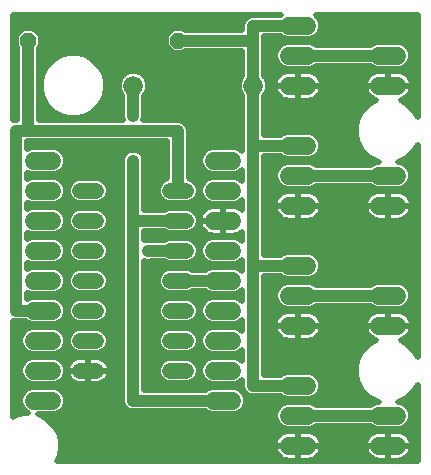
<source format=gbl>
G75*
%MOIN*%
%OFA0B0*%
%FSLAX25Y25*%
%IPPOS*%
%LPD*%
%AMOC8*
5,1,8,0,0,1.08239X$1,22.5*
%
%ADD10C,0.05937*%
%ADD11C,0.06000*%
%ADD12C,0.06600*%
%ADD13OC8,0.05200*%
%ADD14C,0.05200*%
%ADD15C,0.04000*%
%ADD16C,0.02000*%
%ADD17C,0.04159*%
D10*
X0129031Y0012000D02*
X0134969Y0012000D01*
X0134969Y0022000D02*
X0129031Y0022000D01*
X0129031Y0052000D02*
X0134969Y0052000D01*
X0134969Y0062000D02*
X0129031Y0062000D01*
X0129031Y0092000D02*
X0134969Y0092000D01*
X0134969Y0102000D02*
X0129031Y0102000D01*
X0129031Y0132000D02*
X0134969Y0132000D01*
X0134969Y0142000D02*
X0129031Y0142000D01*
D11*
X0105000Y0142000D02*
X0099000Y0142000D01*
X0099000Y0132000D02*
X0105000Y0132000D01*
X0105000Y0152000D02*
X0099000Y0152000D01*
X0099000Y0112000D02*
X0105000Y0112000D01*
X0105000Y0102000D02*
X0099000Y0102000D01*
X0099000Y0092000D02*
X0105000Y0092000D01*
X0105000Y0072000D02*
X0099000Y0072000D01*
X0099000Y0062000D02*
X0105000Y0062000D01*
X0105000Y0052000D02*
X0099000Y0052000D01*
X0080000Y0047000D02*
X0074000Y0047000D01*
X0074000Y0037000D02*
X0080000Y0037000D01*
X0080000Y0027000D02*
X0074000Y0027000D01*
X0099000Y0022000D02*
X0105000Y0022000D01*
X0105000Y0012000D02*
X0099000Y0012000D01*
X0099000Y0032000D02*
X0105000Y0032000D01*
X0080000Y0057000D02*
X0074000Y0057000D01*
X0074000Y0067000D02*
X0080000Y0067000D01*
X0080000Y0077000D02*
X0074000Y0077000D01*
X0074000Y0087000D02*
X0080000Y0087000D01*
X0080000Y0097000D02*
X0074000Y0097000D01*
X0074000Y0107000D02*
X0080000Y0107000D01*
X0020000Y0107000D02*
X0014000Y0107000D01*
X0014000Y0097000D02*
X0020000Y0097000D01*
X0020000Y0087000D02*
X0014000Y0087000D01*
X0014000Y0077000D02*
X0020000Y0077000D01*
X0020000Y0067000D02*
X0014000Y0067000D01*
X0014000Y0057000D02*
X0020000Y0057000D01*
X0020000Y0047000D02*
X0014000Y0047000D01*
X0014000Y0037000D02*
X0020000Y0037000D01*
X0020000Y0027000D02*
X0014000Y0027000D01*
D12*
X0047000Y0132000D03*
X0087000Y0132000D03*
D13*
X0062000Y0147000D03*
X0012000Y0147000D03*
D14*
X0029400Y0097000D02*
X0034600Y0097000D01*
X0034600Y0087000D02*
X0029400Y0087000D01*
X0029400Y0077000D02*
X0034600Y0077000D01*
X0034600Y0067000D02*
X0029400Y0067000D01*
X0029400Y0057000D02*
X0034600Y0057000D01*
X0034600Y0047000D02*
X0029400Y0047000D01*
X0029400Y0037000D02*
X0034600Y0037000D01*
X0059400Y0037000D02*
X0064600Y0037000D01*
X0064600Y0047000D02*
X0059400Y0047000D01*
X0059400Y0057000D02*
X0064600Y0057000D01*
X0064600Y0067000D02*
X0059400Y0067000D01*
X0059400Y0077000D02*
X0064600Y0077000D01*
X0064600Y0087000D02*
X0059400Y0087000D01*
X0059400Y0097000D02*
X0064600Y0097000D01*
D15*
X0062000Y0097000D02*
X0062000Y0117000D01*
X0012000Y0117000D01*
X0008000Y0117000D01*
X0008000Y0057000D01*
X0017000Y0057000D01*
X0047000Y0027000D02*
X0077000Y0027000D01*
X0087000Y0032000D02*
X0087000Y0072000D01*
X0102000Y0072000D01*
X0102000Y0062000D02*
X0132000Y0062000D01*
X0102000Y0032000D02*
X0087000Y0032000D01*
X0102000Y0022000D02*
X0132000Y0022000D01*
X0087000Y0072000D02*
X0087000Y0112000D01*
X0102000Y0112000D01*
X0102000Y0102000D02*
X0132000Y0102000D01*
X0132000Y0142000D02*
X0102000Y0142000D01*
X0102000Y0152000D02*
X0087000Y0152000D01*
X0087000Y0147000D01*
X0087000Y0132000D01*
X0087000Y0122000D01*
X0087000Y0112000D01*
X0062000Y0087000D02*
X0047000Y0087000D01*
X0047000Y0027000D01*
X0062000Y0067000D02*
X0077000Y0067000D01*
X0062000Y0077000D02*
X0052000Y0077000D01*
X0047000Y0087000D02*
X0047000Y0107000D01*
X0047000Y0122000D02*
X0047000Y0132000D01*
X0062000Y0147000D02*
X0087000Y0147000D01*
X0012000Y0147000D02*
X0012000Y0117000D01*
D16*
X0016209Y0022162D02*
X0018696Y0020727D01*
X0020727Y0018696D01*
X0022162Y0016209D01*
X0022905Y0013436D01*
X0022905Y0010564D01*
X0022162Y0007791D01*
X0021706Y0007000D01*
X0141921Y0007000D01*
X0141921Y0032373D01*
X0140727Y0030304D01*
X0138696Y0028273D01*
X0136209Y0026838D01*
X0135205Y0026568D01*
X0135877Y0026568D01*
X0137556Y0025873D01*
X0138841Y0024588D01*
X0139537Y0022909D01*
X0139537Y0021091D01*
X0138841Y0019412D01*
X0137556Y0018127D01*
X0135877Y0017431D01*
X0128123Y0017431D01*
X0126444Y0018127D01*
X0126171Y0018400D01*
X0107905Y0018400D01*
X0107606Y0018100D01*
X0105915Y0017400D01*
X0098085Y0017400D01*
X0096394Y0018100D01*
X0095100Y0019394D01*
X0094400Y0021085D01*
X0094400Y0022915D01*
X0095100Y0024606D01*
X0096394Y0025900D01*
X0098085Y0026600D01*
X0105915Y0026600D01*
X0107606Y0025900D01*
X0107905Y0025600D01*
X0126171Y0025600D01*
X0126444Y0025873D01*
X0128123Y0026568D01*
X0128795Y0026568D01*
X0127791Y0026838D01*
X0125304Y0028273D01*
X0123273Y0030304D01*
X0121838Y0032791D01*
X0121094Y0035564D01*
X0121094Y0038436D01*
X0121838Y0041209D01*
X0123273Y0043696D01*
X0125304Y0045727D01*
X0127791Y0047162D01*
X0127819Y0047170D01*
X0127124Y0047396D01*
X0126427Y0047751D01*
X0125795Y0048210D01*
X0125242Y0048763D01*
X0124782Y0049396D01*
X0124427Y0050093D01*
X0124185Y0050837D01*
X0124063Y0051609D01*
X0124063Y0052000D01*
X0132000Y0052000D01*
X0132000Y0052000D01*
X0132000Y0056968D01*
X0128640Y0056968D01*
X0127868Y0056846D01*
X0127124Y0056604D01*
X0126427Y0056249D01*
X0125795Y0055790D01*
X0125242Y0055237D01*
X0124782Y0054604D01*
X0124427Y0053907D01*
X0124185Y0053163D01*
X0124063Y0052391D01*
X0124063Y0052000D01*
X0132000Y0052000D01*
X0139937Y0052000D01*
X0139937Y0052391D01*
X0139815Y0053163D01*
X0139573Y0053907D01*
X0139218Y0054604D01*
X0138758Y0055237D01*
X0138205Y0055790D01*
X0137573Y0056249D01*
X0136876Y0056604D01*
X0136132Y0056846D01*
X0135360Y0056968D01*
X0132000Y0056968D01*
X0132000Y0052000D01*
X0132000Y0052000D01*
X0132000Y0052000D01*
X0139937Y0052000D01*
X0139937Y0051609D01*
X0139815Y0050837D01*
X0139573Y0050093D01*
X0139218Y0049396D01*
X0138758Y0048763D01*
X0138205Y0048210D01*
X0137573Y0047751D01*
X0136876Y0047396D01*
X0136181Y0047170D01*
X0136209Y0047162D01*
X0138696Y0045727D01*
X0140727Y0043696D01*
X0141921Y0041627D01*
X0141921Y0112373D01*
X0140727Y0110304D01*
X0138696Y0108273D01*
X0136209Y0106838D01*
X0135205Y0106568D01*
X0135877Y0106568D01*
X0137556Y0105873D01*
X0138841Y0104588D01*
X0139537Y0102909D01*
X0139537Y0101091D01*
X0138841Y0099412D01*
X0137556Y0098127D01*
X0135877Y0097431D01*
X0128123Y0097431D01*
X0126444Y0098127D01*
X0126171Y0098400D01*
X0107905Y0098400D01*
X0107606Y0098100D01*
X0105915Y0097400D01*
X0098085Y0097400D01*
X0096394Y0098100D01*
X0095100Y0099394D01*
X0094400Y0101085D01*
X0094400Y0102915D01*
X0095100Y0104606D01*
X0096394Y0105900D01*
X0098085Y0106600D01*
X0105915Y0106600D01*
X0107606Y0105900D01*
X0107905Y0105600D01*
X0126171Y0105600D01*
X0126444Y0105873D01*
X0128123Y0106568D01*
X0128795Y0106568D01*
X0127791Y0106838D01*
X0125304Y0108273D01*
X0123273Y0110304D01*
X0121838Y0112791D01*
X0121094Y0115564D01*
X0121094Y0118436D01*
X0121838Y0121209D01*
X0123273Y0123696D01*
X0125304Y0125727D01*
X0127791Y0127162D01*
X0127819Y0127170D01*
X0127124Y0127396D01*
X0126427Y0127751D01*
X0125795Y0128210D01*
X0125242Y0128763D01*
X0124782Y0129396D01*
X0124427Y0130093D01*
X0124185Y0130837D01*
X0124063Y0131609D01*
X0124063Y0132000D01*
X0132000Y0132000D01*
X0132000Y0132000D01*
X0132000Y0136968D01*
X0128640Y0136968D01*
X0127868Y0136846D01*
X0127124Y0136604D01*
X0126427Y0136249D01*
X0125795Y0135790D01*
X0125242Y0135237D01*
X0124782Y0134604D01*
X0124427Y0133907D01*
X0124185Y0133163D01*
X0124063Y0132391D01*
X0124063Y0132000D01*
X0132000Y0132000D01*
X0139937Y0132000D01*
X0139937Y0132391D01*
X0139815Y0133163D01*
X0139573Y0133907D01*
X0139218Y0134604D01*
X0138758Y0135237D01*
X0138205Y0135790D01*
X0137573Y0136249D01*
X0136876Y0136604D01*
X0136132Y0136846D01*
X0135360Y0136968D01*
X0132000Y0136968D01*
X0132000Y0132000D01*
X0132000Y0132000D01*
X0132000Y0132000D01*
X0139937Y0132000D01*
X0139937Y0131609D01*
X0139815Y0130837D01*
X0139573Y0130093D01*
X0139218Y0129396D01*
X0138758Y0128763D01*
X0138205Y0128210D01*
X0137573Y0127751D01*
X0136876Y0127396D01*
X0136181Y0127170D01*
X0136209Y0127162D01*
X0138696Y0125727D01*
X0140727Y0123696D01*
X0141921Y0121627D01*
X0141921Y0155701D01*
X0107805Y0155701D01*
X0108900Y0154606D01*
X0109600Y0152915D01*
X0109600Y0151085D01*
X0108900Y0149394D01*
X0107606Y0148100D01*
X0105915Y0147400D01*
X0098085Y0147400D01*
X0096394Y0148100D01*
X0096095Y0148400D01*
X0090600Y0148400D01*
X0090600Y0135330D01*
X0091154Y0134776D01*
X0091900Y0132975D01*
X0091900Y0131025D01*
X0091154Y0129224D01*
X0090600Y0128670D01*
X0090600Y0122924D01*
X0090680Y0122732D01*
X0090680Y0121268D01*
X0090600Y0121076D01*
X0090600Y0115600D01*
X0096095Y0115600D01*
X0096394Y0115900D01*
X0098085Y0116600D01*
X0105915Y0116600D01*
X0107606Y0115900D01*
X0108900Y0114606D01*
X0109600Y0112915D01*
X0109600Y0111085D01*
X0108900Y0109394D01*
X0107606Y0108100D01*
X0105915Y0107400D01*
X0098085Y0107400D01*
X0096394Y0108100D01*
X0096095Y0108400D01*
X0090600Y0108400D01*
X0090600Y0075600D01*
X0096095Y0075600D01*
X0096394Y0075900D01*
X0098085Y0076600D01*
X0105915Y0076600D01*
X0107606Y0075900D01*
X0108900Y0074606D01*
X0109600Y0072915D01*
X0109600Y0071085D01*
X0108900Y0069394D01*
X0107606Y0068100D01*
X0105915Y0067400D01*
X0098085Y0067400D01*
X0096394Y0068100D01*
X0096095Y0068400D01*
X0090600Y0068400D01*
X0090600Y0035600D01*
X0096095Y0035600D01*
X0096394Y0035900D01*
X0098085Y0036600D01*
X0105915Y0036600D01*
X0107606Y0035900D01*
X0108900Y0034606D01*
X0109600Y0032915D01*
X0109600Y0031085D01*
X0108900Y0029394D01*
X0107606Y0028100D01*
X0105915Y0027400D01*
X0098085Y0027400D01*
X0096394Y0028100D01*
X0096095Y0028400D01*
X0086284Y0028400D01*
X0084961Y0028948D01*
X0083948Y0029961D01*
X0083400Y0031284D01*
X0083400Y0033895D01*
X0082606Y0033100D01*
X0080915Y0032400D01*
X0073085Y0032400D01*
X0071394Y0033100D01*
X0070100Y0034394D01*
X0069400Y0036085D01*
X0069400Y0037915D01*
X0070100Y0039606D01*
X0071394Y0040900D01*
X0073085Y0041600D01*
X0080915Y0041600D01*
X0082606Y0040900D01*
X0083400Y0040105D01*
X0083400Y0043895D01*
X0082606Y0043100D01*
X0080915Y0042400D01*
X0073085Y0042400D01*
X0071394Y0043100D01*
X0070100Y0044394D01*
X0069400Y0046085D01*
X0069400Y0047915D01*
X0070100Y0049606D01*
X0071394Y0050900D01*
X0073085Y0051600D01*
X0080915Y0051600D01*
X0082606Y0050900D01*
X0083400Y0050105D01*
X0083400Y0053895D01*
X0082606Y0053100D01*
X0080915Y0052400D01*
X0073085Y0052400D01*
X0071394Y0053100D01*
X0070100Y0054394D01*
X0069400Y0056085D01*
X0069400Y0057915D01*
X0070100Y0059606D01*
X0071394Y0060900D01*
X0073085Y0061600D01*
X0080915Y0061600D01*
X0082606Y0060900D01*
X0083400Y0060105D01*
X0083400Y0063895D01*
X0082606Y0063100D01*
X0080915Y0062400D01*
X0073085Y0062400D01*
X0071394Y0063100D01*
X0071095Y0063400D01*
X0066884Y0063400D01*
X0065435Y0062800D01*
X0058565Y0062800D01*
X0057021Y0063439D01*
X0055839Y0064621D01*
X0055200Y0066165D01*
X0055200Y0067835D01*
X0055839Y0069379D01*
X0057021Y0070561D01*
X0058565Y0071200D01*
X0065435Y0071200D01*
X0066884Y0070600D01*
X0071095Y0070600D01*
X0071394Y0070900D01*
X0073085Y0071600D01*
X0080915Y0071600D01*
X0082606Y0070900D01*
X0083400Y0070105D01*
X0083400Y0073895D01*
X0082606Y0073100D01*
X0080915Y0072400D01*
X0073085Y0072400D01*
X0071394Y0073100D01*
X0070100Y0074394D01*
X0069400Y0076085D01*
X0069400Y0077915D01*
X0070100Y0079606D01*
X0071394Y0080900D01*
X0073085Y0081600D01*
X0080915Y0081600D01*
X0082606Y0080900D01*
X0083400Y0080105D01*
X0083400Y0083329D01*
X0083257Y0083186D01*
X0082621Y0082724D01*
X0081919Y0082366D01*
X0081171Y0082123D01*
X0080394Y0082000D01*
X0077000Y0082000D01*
X0077000Y0087000D01*
X0077000Y0087000D01*
X0077000Y0092000D01*
X0080394Y0092000D01*
X0081171Y0091877D01*
X0081919Y0091634D01*
X0082621Y0091276D01*
X0083257Y0090814D01*
X0083400Y0090671D01*
X0083400Y0093895D01*
X0082606Y0093100D01*
X0080915Y0092400D01*
X0073085Y0092400D01*
X0071394Y0093100D01*
X0070100Y0094394D01*
X0069400Y0096085D01*
X0069400Y0097915D01*
X0070100Y0099606D01*
X0071394Y0100900D01*
X0073085Y0101600D01*
X0080915Y0101600D01*
X0082606Y0100900D01*
X0083400Y0100105D01*
X0083400Y0103895D01*
X0082606Y0103100D01*
X0080915Y0102400D01*
X0073085Y0102400D01*
X0071394Y0103100D01*
X0070100Y0104394D01*
X0069400Y0106085D01*
X0069400Y0107915D01*
X0070100Y0109606D01*
X0071394Y0110900D01*
X0073085Y0111600D01*
X0080915Y0111600D01*
X0082606Y0110900D01*
X0083400Y0110105D01*
X0083400Y0121076D01*
X0083320Y0121268D01*
X0083320Y0122732D01*
X0083400Y0122924D01*
X0083400Y0128670D01*
X0082846Y0129224D01*
X0082100Y0131025D01*
X0082100Y0132975D01*
X0082846Y0134776D01*
X0083400Y0135330D01*
X0083400Y0143400D01*
X0064340Y0143400D01*
X0063740Y0142800D01*
X0060260Y0142800D01*
X0057800Y0145260D01*
X0057800Y0148740D01*
X0060260Y0151200D01*
X0063740Y0151200D01*
X0064340Y0150600D01*
X0083400Y0150600D01*
X0083400Y0152716D01*
X0083948Y0154039D01*
X0084961Y0155052D01*
X0086284Y0155600D01*
X0096095Y0155600D01*
X0096195Y0155701D01*
X0007000Y0155701D01*
X0007000Y0120482D01*
X0007284Y0120600D01*
X0008400Y0120600D01*
X0008400Y0144660D01*
X0007800Y0145260D01*
X0007800Y0148740D01*
X0010260Y0151200D01*
X0013740Y0151200D01*
X0016200Y0148740D01*
X0016200Y0145260D01*
X0015600Y0144660D01*
X0015600Y0120600D01*
X0043597Y0120600D01*
X0043320Y0121268D01*
X0043320Y0122732D01*
X0043400Y0122924D01*
X0043400Y0128670D01*
X0042846Y0129224D01*
X0042100Y0131025D01*
X0042100Y0132975D01*
X0042846Y0134776D01*
X0044224Y0136154D01*
X0046025Y0136900D01*
X0047975Y0136900D01*
X0049776Y0136154D01*
X0051154Y0134776D01*
X0051900Y0132975D01*
X0051900Y0131025D01*
X0051154Y0129224D01*
X0050600Y0128670D01*
X0050600Y0122924D01*
X0050680Y0122732D01*
X0050680Y0121268D01*
X0050403Y0120600D01*
X0062716Y0120600D01*
X0064039Y0120052D01*
X0065052Y0119039D01*
X0065600Y0117716D01*
X0065600Y0101132D01*
X0066979Y0100561D01*
X0068161Y0099379D01*
X0068800Y0097835D01*
X0068800Y0096165D01*
X0068161Y0094621D01*
X0066979Y0093439D01*
X0065435Y0092800D01*
X0058565Y0092800D01*
X0057021Y0093439D01*
X0055839Y0094621D01*
X0055200Y0096165D01*
X0055200Y0097835D01*
X0055839Y0099379D01*
X0057021Y0100561D01*
X0058400Y0101132D01*
X0058400Y0113400D01*
X0011600Y0113400D01*
X0011600Y0110985D01*
X0013085Y0111600D01*
X0020915Y0111600D01*
X0022606Y0110900D01*
X0023900Y0109606D01*
X0024600Y0107915D01*
X0024600Y0106085D01*
X0023900Y0104394D01*
X0022606Y0103100D01*
X0020915Y0102400D01*
X0013085Y0102400D01*
X0011600Y0103015D01*
X0011600Y0100985D01*
X0013085Y0101600D01*
X0020915Y0101600D01*
X0022606Y0100900D01*
X0023900Y0099606D01*
X0024600Y0097915D01*
X0024600Y0096085D01*
X0023900Y0094394D01*
X0022606Y0093100D01*
X0020915Y0092400D01*
X0013085Y0092400D01*
X0011600Y0093015D01*
X0011600Y0090985D01*
X0013085Y0091600D01*
X0020915Y0091600D01*
X0022606Y0090900D01*
X0023900Y0089606D01*
X0024600Y0087915D01*
X0024600Y0086085D01*
X0023900Y0084394D01*
X0022606Y0083100D01*
X0020915Y0082400D01*
X0013085Y0082400D01*
X0011600Y0083015D01*
X0011600Y0080985D01*
X0013085Y0081600D01*
X0020915Y0081600D01*
X0022606Y0080900D01*
X0023900Y0079606D01*
X0024600Y0077915D01*
X0024600Y0076085D01*
X0023900Y0074394D01*
X0022606Y0073100D01*
X0020915Y0072400D01*
X0013085Y0072400D01*
X0011600Y0073015D01*
X0011600Y0070985D01*
X0013085Y0071600D01*
X0020915Y0071600D01*
X0022606Y0070900D01*
X0023900Y0069606D01*
X0024600Y0067915D01*
X0024600Y0066085D01*
X0023900Y0064394D01*
X0022606Y0063100D01*
X0020915Y0062400D01*
X0013085Y0062400D01*
X0011600Y0063015D01*
X0011600Y0060985D01*
X0013085Y0061600D01*
X0020915Y0061600D01*
X0022606Y0060900D01*
X0023900Y0059606D01*
X0024600Y0057915D01*
X0024600Y0056085D01*
X0023900Y0054394D01*
X0022606Y0053100D01*
X0020915Y0052400D01*
X0013085Y0052400D01*
X0011394Y0053100D01*
X0011095Y0053400D01*
X0007284Y0053400D01*
X0007000Y0053518D01*
X0007000Y0021706D01*
X0007791Y0022162D01*
X0010564Y0022905D01*
X0011865Y0022905D01*
X0011394Y0023100D01*
X0010100Y0024394D01*
X0009400Y0026085D01*
X0009400Y0027915D01*
X0010100Y0029606D01*
X0011394Y0030900D01*
X0013085Y0031600D01*
X0020915Y0031600D01*
X0022606Y0030900D01*
X0023900Y0029606D01*
X0024600Y0027915D01*
X0024600Y0026085D01*
X0023900Y0024394D01*
X0022606Y0023100D01*
X0020915Y0022400D01*
X0015322Y0022400D01*
X0016209Y0022162D01*
X0016619Y0021926D02*
X0094400Y0021926D01*
X0094818Y0023924D02*
X0083429Y0023924D01*
X0083900Y0024394D02*
X0082606Y0023100D01*
X0080915Y0022400D01*
X0073085Y0022400D01*
X0071394Y0023100D01*
X0071095Y0023400D01*
X0046284Y0023400D01*
X0044961Y0023948D01*
X0043948Y0024961D01*
X0043400Y0026284D01*
X0043400Y0106076D01*
X0043320Y0106268D01*
X0043320Y0107732D01*
X0043881Y0109084D01*
X0044916Y0110119D01*
X0046268Y0110680D01*
X0047732Y0110680D01*
X0049084Y0110119D01*
X0050119Y0109084D01*
X0050680Y0107732D01*
X0050680Y0106268D01*
X0050600Y0106076D01*
X0050600Y0090600D01*
X0057116Y0090600D01*
X0058565Y0091200D01*
X0065435Y0091200D01*
X0066979Y0090561D01*
X0068161Y0089379D01*
X0068800Y0087835D01*
X0068800Y0086165D01*
X0068161Y0084621D01*
X0066979Y0083439D01*
X0065435Y0082800D01*
X0058565Y0082800D01*
X0057116Y0083400D01*
X0050600Y0083400D01*
X0050600Y0080403D01*
X0051268Y0080680D01*
X0052732Y0080680D01*
X0052924Y0080600D01*
X0057116Y0080600D01*
X0058565Y0081200D01*
X0065435Y0081200D01*
X0066979Y0080561D01*
X0068161Y0079379D01*
X0068800Y0077835D01*
X0068800Y0076165D01*
X0068161Y0074621D01*
X0066979Y0073439D01*
X0065435Y0072800D01*
X0058565Y0072800D01*
X0057116Y0073400D01*
X0052924Y0073400D01*
X0052732Y0073320D01*
X0051268Y0073320D01*
X0050600Y0073597D01*
X0050600Y0030600D01*
X0071095Y0030600D01*
X0071394Y0030900D01*
X0073085Y0031600D01*
X0080915Y0031600D01*
X0082606Y0030900D01*
X0083900Y0029606D01*
X0084600Y0027915D01*
X0084600Y0026085D01*
X0083900Y0024394D01*
X0084533Y0025923D02*
X0096450Y0025923D01*
X0096827Y0027921D02*
X0084597Y0027921D01*
X0083989Y0029920D02*
X0083586Y0029920D01*
X0083400Y0031918D02*
X0050600Y0031918D01*
X0050600Y0033917D02*
X0056544Y0033917D01*
X0057021Y0033439D02*
X0058565Y0032800D01*
X0065435Y0032800D01*
X0066979Y0033439D01*
X0068161Y0034621D01*
X0068800Y0036165D01*
X0068800Y0037835D01*
X0068161Y0039379D01*
X0066979Y0040561D01*
X0065435Y0041200D01*
X0058565Y0041200D01*
X0057021Y0040561D01*
X0055839Y0039379D01*
X0055200Y0037835D01*
X0055200Y0036165D01*
X0055839Y0034621D01*
X0057021Y0033439D01*
X0055303Y0035915D02*
X0050600Y0035915D01*
X0050600Y0037914D02*
X0055232Y0037914D01*
X0056372Y0039912D02*
X0050600Y0039912D01*
X0050600Y0041911D02*
X0083400Y0041911D01*
X0090600Y0041911D02*
X0122243Y0041911D01*
X0121490Y0039912D02*
X0090600Y0039912D01*
X0090600Y0037914D02*
X0121094Y0037914D01*
X0121094Y0035915D02*
X0107568Y0035915D01*
X0109185Y0033917D02*
X0121536Y0033917D01*
X0122341Y0031918D02*
X0109600Y0031918D01*
X0109117Y0029920D02*
X0123658Y0029920D01*
X0125914Y0027921D02*
X0107173Y0027921D01*
X0107550Y0025923D02*
X0126563Y0025923D01*
X0126923Y0017929D02*
X0107191Y0017929D01*
X0106919Y0016634D02*
X0107621Y0016276D01*
X0108257Y0015814D01*
X0108814Y0015257D01*
X0109276Y0014621D01*
X0109634Y0013919D01*
X0109877Y0013171D01*
X0110000Y0012394D01*
X0110000Y0012000D01*
X0102000Y0012000D01*
X0102000Y0012000D01*
X0102000Y0017000D01*
X0105394Y0017000D01*
X0106171Y0016877D01*
X0106919Y0016634D01*
X0108097Y0015930D02*
X0125988Y0015930D01*
X0125795Y0015790D02*
X0125242Y0015237D01*
X0124782Y0014604D01*
X0124427Y0013907D01*
X0124185Y0013163D01*
X0124063Y0012391D01*
X0124063Y0012000D01*
X0132000Y0012000D01*
X0132000Y0012000D01*
X0132000Y0016968D01*
X0128640Y0016968D01*
X0127868Y0016846D01*
X0127124Y0016604D01*
X0126427Y0016249D01*
X0125795Y0015790D01*
X0124439Y0013932D02*
X0109627Y0013932D01*
X0110000Y0012000D02*
X0102000Y0012000D01*
X0102000Y0012000D01*
X0102000Y0007000D01*
X0105394Y0007000D01*
X0106171Y0007123D01*
X0106919Y0007366D01*
X0107621Y0007724D01*
X0108257Y0008186D01*
X0108814Y0008743D01*
X0109276Y0009379D01*
X0109634Y0010081D01*
X0109877Y0010829D01*
X0110000Y0011606D01*
X0110000Y0012000D01*
X0110000Y0011933D02*
X0124063Y0011933D01*
X0124063Y0012000D02*
X0124063Y0011609D01*
X0124185Y0010837D01*
X0124427Y0010093D01*
X0124782Y0009396D01*
X0125242Y0008763D01*
X0125795Y0008210D01*
X0126427Y0007751D01*
X0127124Y0007396D01*
X0127868Y0007154D01*
X0128640Y0007031D01*
X0132000Y0007031D01*
X0135360Y0007031D01*
X0136132Y0007154D01*
X0136876Y0007396D01*
X0137573Y0007751D01*
X0138205Y0008210D01*
X0138758Y0008763D01*
X0139218Y0009396D01*
X0139573Y0010093D01*
X0139815Y0010837D01*
X0139937Y0011609D01*
X0139937Y0012000D01*
X0139937Y0012391D01*
X0139815Y0013163D01*
X0139573Y0013907D01*
X0139218Y0014604D01*
X0138758Y0015237D01*
X0138205Y0015790D01*
X0137573Y0016249D01*
X0136876Y0016604D01*
X0136132Y0016846D01*
X0135360Y0016968D01*
X0132000Y0016968D01*
X0132000Y0012000D01*
X0139937Y0012000D01*
X0132000Y0012000D01*
X0132000Y0012000D01*
X0132000Y0007031D01*
X0132000Y0012000D01*
X0132000Y0012000D01*
X0132000Y0012000D01*
X0124063Y0012000D01*
X0124508Y0009934D02*
X0109559Y0009934D01*
X0107913Y0007936D02*
X0126172Y0007936D01*
X0132000Y0007936D02*
X0132000Y0007936D01*
X0132000Y0009934D02*
X0132000Y0009934D01*
X0132000Y0011933D02*
X0132000Y0011933D01*
X0132000Y0013932D02*
X0132000Y0013932D01*
X0132000Y0015930D02*
X0132000Y0015930D01*
X0137077Y0017929D02*
X0141921Y0017929D01*
X0141921Y0015930D02*
X0138012Y0015930D01*
X0139561Y0013932D02*
X0141921Y0013932D01*
X0141921Y0011933D02*
X0139937Y0011933D01*
X0139492Y0009934D02*
X0141921Y0009934D01*
X0141921Y0007936D02*
X0137828Y0007936D01*
X0139055Y0019927D02*
X0141921Y0019927D01*
X0141921Y0021926D02*
X0139537Y0021926D01*
X0139116Y0023924D02*
X0141921Y0023924D01*
X0141921Y0025923D02*
X0137437Y0025923D01*
X0138086Y0027921D02*
X0141921Y0027921D01*
X0141921Y0029920D02*
X0140342Y0029920D01*
X0141659Y0031918D02*
X0141921Y0031918D01*
X0141921Y0041911D02*
X0141757Y0041911D01*
X0141921Y0043909D02*
X0140514Y0043909D01*
X0141921Y0045908D02*
X0138382Y0045908D01*
X0137787Y0047906D02*
X0141921Y0047906D01*
X0141921Y0049905D02*
X0139477Y0049905D01*
X0139937Y0051903D02*
X0141921Y0051903D01*
X0141921Y0053902D02*
X0139575Y0053902D01*
X0138053Y0055900D02*
X0141921Y0055900D01*
X0141921Y0057899D02*
X0137005Y0057899D01*
X0137556Y0058127D02*
X0138841Y0059412D01*
X0139537Y0061091D01*
X0139537Y0062909D01*
X0138841Y0064588D01*
X0137556Y0065873D01*
X0135877Y0066568D01*
X0128123Y0066568D01*
X0126444Y0065873D01*
X0126171Y0065600D01*
X0107905Y0065600D01*
X0107606Y0065900D01*
X0105915Y0066600D01*
X0098085Y0066600D01*
X0096394Y0065900D01*
X0095100Y0064606D01*
X0094400Y0062915D01*
X0094400Y0061085D01*
X0095100Y0059394D01*
X0096394Y0058100D01*
X0098085Y0057400D01*
X0105915Y0057400D01*
X0107606Y0058100D01*
X0107905Y0058400D01*
X0126171Y0058400D01*
X0126444Y0058127D01*
X0128123Y0057431D01*
X0135877Y0057431D01*
X0137556Y0058127D01*
X0139042Y0059897D02*
X0141921Y0059897D01*
X0141921Y0061896D02*
X0139537Y0061896D01*
X0139129Y0063894D02*
X0141921Y0063894D01*
X0141921Y0065893D02*
X0137508Y0065893D01*
X0141921Y0067891D02*
X0107101Y0067891D01*
X0109105Y0069890D02*
X0141921Y0069890D01*
X0141921Y0071888D02*
X0109600Y0071888D01*
X0109197Y0073887D02*
X0141921Y0073887D01*
X0141921Y0075885D02*
X0107620Y0075885D01*
X0107613Y0065893D02*
X0126492Y0065893D01*
X0126995Y0057899D02*
X0107119Y0057899D01*
X0106919Y0056634D02*
X0106171Y0056877D01*
X0105394Y0057000D01*
X0102000Y0057000D01*
X0102000Y0052000D01*
X0102000Y0052000D01*
X0110000Y0052000D01*
X0110000Y0052394D01*
X0109877Y0053171D01*
X0109634Y0053919D01*
X0109276Y0054621D01*
X0108814Y0055257D01*
X0108257Y0055814D01*
X0107621Y0056276D01*
X0106919Y0056634D01*
X0108138Y0055900D02*
X0125947Y0055900D01*
X0124425Y0053902D02*
X0109639Y0053902D01*
X0110000Y0052000D02*
X0102000Y0052000D01*
X0102000Y0052000D01*
X0102000Y0047000D01*
X0105394Y0047000D01*
X0106171Y0047123D01*
X0106919Y0047366D01*
X0107621Y0047724D01*
X0108257Y0048186D01*
X0108814Y0048743D01*
X0109276Y0049379D01*
X0109634Y0050081D01*
X0109877Y0050829D01*
X0110000Y0051606D01*
X0110000Y0052000D01*
X0110000Y0051903D02*
X0124063Y0051903D01*
X0124523Y0049905D02*
X0109544Y0049905D01*
X0107872Y0047906D02*
X0126213Y0047906D01*
X0125618Y0045908D02*
X0090600Y0045908D01*
X0090600Y0043909D02*
X0123486Y0043909D01*
X0132000Y0053902D02*
X0132000Y0053902D01*
X0132000Y0055900D02*
X0132000Y0055900D01*
X0141921Y0077884D02*
X0090600Y0077884D01*
X0090600Y0079882D02*
X0141921Y0079882D01*
X0141921Y0081881D02*
X0090600Y0081881D01*
X0090600Y0083879D02*
X0141921Y0083879D01*
X0141921Y0085878D02*
X0090600Y0085878D01*
X0090600Y0087876D02*
X0096169Y0087876D01*
X0096379Y0087724D02*
X0097081Y0087366D01*
X0097829Y0087123D01*
X0098606Y0087000D01*
X0102000Y0087000D01*
X0105394Y0087000D01*
X0106171Y0087123D01*
X0106919Y0087366D01*
X0107621Y0087724D01*
X0108257Y0088186D01*
X0108814Y0088743D01*
X0109276Y0089379D01*
X0109634Y0090081D01*
X0109877Y0090829D01*
X0110000Y0091606D01*
X0110000Y0092000D01*
X0110000Y0092394D01*
X0109877Y0093171D01*
X0109634Y0093919D01*
X0109276Y0094621D01*
X0108814Y0095257D01*
X0108257Y0095814D01*
X0107621Y0096276D01*
X0106919Y0096634D01*
X0106171Y0096877D01*
X0105394Y0097000D01*
X0102000Y0097000D01*
X0102000Y0092000D01*
X0102000Y0092000D01*
X0110000Y0092000D01*
X0102000Y0092000D01*
X0102000Y0092000D01*
X0102000Y0087000D01*
X0102000Y0092000D01*
X0102000Y0092000D01*
X0102000Y0092000D01*
X0094000Y0092000D01*
X0094000Y0092394D01*
X0094123Y0093171D01*
X0094366Y0093919D01*
X0094724Y0094621D01*
X0095186Y0095257D01*
X0095743Y0095814D01*
X0096379Y0096276D01*
X0097081Y0096634D01*
X0097829Y0096877D01*
X0098606Y0097000D01*
X0102000Y0097000D01*
X0102000Y0092000D01*
X0094000Y0092000D01*
X0094000Y0091606D01*
X0094123Y0090829D01*
X0094366Y0090081D01*
X0094724Y0089379D01*
X0095186Y0088743D01*
X0095743Y0088186D01*
X0096379Y0087724D01*
X0094471Y0089875D02*
X0090600Y0089875D01*
X0090600Y0091873D02*
X0094000Y0091873D01*
X0094351Y0093872D02*
X0090600Y0093872D01*
X0090600Y0095870D02*
X0095821Y0095870D01*
X0096953Y0097869D02*
X0090600Y0097869D01*
X0090600Y0099868D02*
X0094904Y0099868D01*
X0094400Y0101866D02*
X0090600Y0101866D01*
X0090600Y0103865D02*
X0094793Y0103865D01*
X0096358Y0105863D02*
X0090600Y0105863D01*
X0090600Y0107862D02*
X0096971Y0107862D01*
X0096350Y0115856D02*
X0090600Y0115856D01*
X0090600Y0117854D02*
X0121094Y0117854D01*
X0121094Y0115856D02*
X0107650Y0115856D01*
X0109210Y0113857D02*
X0121552Y0113857D01*
X0122376Y0111859D02*
X0109600Y0111859D01*
X0109093Y0109860D02*
X0123717Y0109860D01*
X0126017Y0107862D02*
X0107029Y0107862D01*
X0107642Y0105863D02*
X0126434Y0105863D01*
X0127067Y0097869D02*
X0107047Y0097869D01*
X0108179Y0095870D02*
X0125906Y0095870D01*
X0125795Y0095790D02*
X0125242Y0095237D01*
X0124782Y0094604D01*
X0124427Y0093907D01*
X0124185Y0093163D01*
X0124063Y0092391D01*
X0124063Y0092000D01*
X0132000Y0092000D01*
X0132000Y0092000D01*
X0132000Y0096968D01*
X0128640Y0096968D01*
X0127868Y0096846D01*
X0127124Y0096604D01*
X0126427Y0096249D01*
X0125795Y0095790D01*
X0124416Y0093872D02*
X0109649Y0093872D01*
X0110000Y0091873D02*
X0124063Y0091873D01*
X0124063Y0092000D02*
X0124063Y0091609D01*
X0124185Y0090837D01*
X0124427Y0090093D01*
X0124782Y0089396D01*
X0125242Y0088763D01*
X0125795Y0088210D01*
X0126427Y0087751D01*
X0127124Y0087396D01*
X0127868Y0087154D01*
X0128640Y0087031D01*
X0132000Y0087031D01*
X0135360Y0087031D01*
X0136132Y0087154D01*
X0136876Y0087396D01*
X0137573Y0087751D01*
X0138205Y0088210D01*
X0138758Y0088763D01*
X0139218Y0089396D01*
X0139573Y0090093D01*
X0139815Y0090837D01*
X0139937Y0091609D01*
X0139937Y0092000D01*
X0139937Y0092391D01*
X0139815Y0093163D01*
X0139573Y0093907D01*
X0139218Y0094604D01*
X0138758Y0095237D01*
X0138205Y0095790D01*
X0137573Y0096249D01*
X0136876Y0096604D01*
X0136132Y0096846D01*
X0135360Y0096968D01*
X0132000Y0096968D01*
X0132000Y0092000D01*
X0139937Y0092000D01*
X0132000Y0092000D01*
X0132000Y0092000D01*
X0132000Y0087031D01*
X0132000Y0092000D01*
X0132000Y0092000D01*
X0132000Y0092000D01*
X0124063Y0092000D01*
X0124538Y0089875D02*
X0109529Y0089875D01*
X0107831Y0087876D02*
X0126254Y0087876D01*
X0132000Y0087876D02*
X0132000Y0087876D01*
X0132000Y0089875D02*
X0132000Y0089875D01*
X0132000Y0091873D02*
X0132000Y0091873D01*
X0132000Y0093872D02*
X0132000Y0093872D01*
X0132000Y0095870D02*
X0132000Y0095870D01*
X0136933Y0097869D02*
X0141921Y0097869D01*
X0141921Y0095870D02*
X0138094Y0095870D01*
X0139584Y0093872D02*
X0141921Y0093872D01*
X0141921Y0091873D02*
X0139937Y0091873D01*
X0139462Y0089875D02*
X0141921Y0089875D01*
X0141921Y0087876D02*
X0137746Y0087876D01*
X0139030Y0099868D02*
X0141921Y0099868D01*
X0141921Y0101866D02*
X0139537Y0101866D01*
X0139141Y0103865D02*
X0141921Y0103865D01*
X0141921Y0105863D02*
X0137566Y0105863D01*
X0137983Y0107862D02*
X0141921Y0107862D01*
X0141921Y0109860D02*
X0140283Y0109860D01*
X0141624Y0111859D02*
X0141921Y0111859D01*
X0141792Y0121851D02*
X0141921Y0121851D01*
X0141921Y0123850D02*
X0140573Y0123850D01*
X0141921Y0125848D02*
X0138486Y0125848D01*
X0137705Y0127847D02*
X0141921Y0127847D01*
X0141921Y0129845D02*
X0139447Y0129845D01*
X0139937Y0131844D02*
X0141921Y0131844D01*
X0141921Y0133842D02*
X0139594Y0133842D01*
X0138135Y0135841D02*
X0141921Y0135841D01*
X0141921Y0137839D02*
X0136862Y0137839D01*
X0137556Y0138127D02*
X0138841Y0139412D01*
X0139537Y0141091D01*
X0139537Y0142909D01*
X0138841Y0144588D01*
X0137556Y0145873D01*
X0135877Y0146568D01*
X0128123Y0146568D01*
X0126444Y0145873D01*
X0126171Y0145600D01*
X0107905Y0145600D01*
X0107606Y0145900D01*
X0105915Y0146600D01*
X0098085Y0146600D01*
X0096394Y0145900D01*
X0095100Y0144606D01*
X0094400Y0142915D01*
X0094400Y0141085D01*
X0095100Y0139394D01*
X0096394Y0138100D01*
X0098085Y0137400D01*
X0105915Y0137400D01*
X0107606Y0138100D01*
X0107905Y0138400D01*
X0126171Y0138400D01*
X0126444Y0138127D01*
X0128123Y0137431D01*
X0135877Y0137431D01*
X0137556Y0138127D01*
X0139018Y0139838D02*
X0141921Y0139838D01*
X0141921Y0141836D02*
X0139537Y0141836D01*
X0139153Y0143835D02*
X0141921Y0143835D01*
X0141921Y0145833D02*
X0137596Y0145833D01*
X0141921Y0147832D02*
X0106957Y0147832D01*
X0107672Y0145833D02*
X0126404Y0145833D01*
X0127138Y0137839D02*
X0106975Y0137839D01*
X0106919Y0136634D02*
X0106171Y0136877D01*
X0105394Y0137000D01*
X0102000Y0137000D01*
X0102000Y0132000D01*
X0102000Y0132000D01*
X0110000Y0132000D01*
X0110000Y0132394D01*
X0109877Y0133171D01*
X0109634Y0133919D01*
X0109276Y0134621D01*
X0108814Y0135257D01*
X0108257Y0135814D01*
X0107621Y0136276D01*
X0106919Y0136634D01*
X0108220Y0135841D02*
X0125865Y0135841D01*
X0124406Y0133842D02*
X0109659Y0133842D01*
X0110000Y0132000D02*
X0102000Y0132000D01*
X0102000Y0132000D01*
X0102000Y0132000D01*
X0094000Y0132000D01*
X0094000Y0132394D01*
X0094123Y0133171D01*
X0094366Y0133919D01*
X0094724Y0134621D01*
X0095186Y0135257D01*
X0095743Y0135814D01*
X0096379Y0136276D01*
X0097081Y0136634D01*
X0097829Y0136877D01*
X0098606Y0137000D01*
X0102000Y0137000D01*
X0102000Y0132000D01*
X0102000Y0127000D01*
X0105394Y0127000D01*
X0106171Y0127123D01*
X0106919Y0127366D01*
X0107621Y0127724D01*
X0108257Y0128186D01*
X0108814Y0128743D01*
X0109276Y0129379D01*
X0109634Y0130081D01*
X0109877Y0130829D01*
X0110000Y0131606D01*
X0110000Y0132000D01*
X0110000Y0131844D02*
X0124063Y0131844D01*
X0124553Y0129845D02*
X0109514Y0129845D01*
X0107790Y0127847D02*
X0126295Y0127847D01*
X0125514Y0125848D02*
X0090600Y0125848D01*
X0090600Y0123850D02*
X0123427Y0123850D01*
X0122208Y0121851D02*
X0090680Y0121851D01*
X0090600Y0119853D02*
X0121474Y0119853D01*
X0132000Y0133842D02*
X0132000Y0133842D01*
X0132000Y0135841D02*
X0132000Y0135841D01*
X0141921Y0149830D02*
X0109080Y0149830D01*
X0109600Y0151829D02*
X0141921Y0151829D01*
X0141921Y0153827D02*
X0109222Y0153827D01*
X0097043Y0147832D02*
X0090600Y0147832D01*
X0090600Y0145833D02*
X0096328Y0145833D01*
X0094781Y0143835D02*
X0090600Y0143835D01*
X0090600Y0141836D02*
X0094400Y0141836D01*
X0094917Y0139838D02*
X0090600Y0139838D01*
X0090600Y0137839D02*
X0097025Y0137839D01*
X0095780Y0135841D02*
X0090600Y0135841D01*
X0091541Y0133842D02*
X0094341Y0133842D01*
X0094000Y0132000D02*
X0094000Y0131606D01*
X0094123Y0130829D01*
X0094366Y0130081D01*
X0094724Y0129379D01*
X0095186Y0128743D01*
X0095743Y0128186D01*
X0096379Y0127724D01*
X0097081Y0127366D01*
X0097829Y0127123D01*
X0098606Y0127000D01*
X0102000Y0127000D01*
X0102000Y0132000D01*
X0102000Y0132000D01*
X0094000Y0132000D01*
X0094000Y0131844D02*
X0091900Y0131844D01*
X0091411Y0129845D02*
X0094486Y0129845D01*
X0096210Y0127847D02*
X0090600Y0127847D01*
X0083400Y0127847D02*
X0050600Y0127847D01*
X0050600Y0125848D02*
X0083400Y0125848D01*
X0083400Y0123850D02*
X0050600Y0123850D01*
X0050680Y0121851D02*
X0083320Y0121851D01*
X0083400Y0119853D02*
X0064239Y0119853D01*
X0065543Y0117854D02*
X0083400Y0117854D01*
X0083400Y0115856D02*
X0065600Y0115856D01*
X0065600Y0113857D02*
X0083400Y0113857D01*
X0083400Y0111859D02*
X0065600Y0111859D01*
X0065600Y0109860D02*
X0070355Y0109860D01*
X0069400Y0107862D02*
X0065600Y0107862D01*
X0065600Y0105863D02*
X0069492Y0105863D01*
X0070630Y0103865D02*
X0065600Y0103865D01*
X0065600Y0101866D02*
X0083400Y0101866D01*
X0083370Y0103865D02*
X0083400Y0103865D01*
X0083377Y0093872D02*
X0083400Y0093872D01*
X0083400Y0091873D02*
X0081181Y0091873D01*
X0077000Y0091873D02*
X0077000Y0091873D01*
X0077000Y0092000D02*
X0073606Y0092000D01*
X0072829Y0091877D01*
X0072081Y0091634D01*
X0071379Y0091276D01*
X0070743Y0090814D01*
X0070186Y0090257D01*
X0069724Y0089621D01*
X0069366Y0088919D01*
X0069123Y0088171D01*
X0069000Y0087394D01*
X0069000Y0087000D01*
X0077000Y0087000D01*
X0077000Y0087000D01*
X0077000Y0087000D01*
X0077000Y0092000D01*
X0077000Y0089875D02*
X0077000Y0089875D01*
X0077000Y0087876D02*
X0077000Y0087876D01*
X0077000Y0087000D02*
X0069000Y0087000D01*
X0069000Y0086606D01*
X0069123Y0085829D01*
X0069366Y0085081D01*
X0069724Y0084379D01*
X0070186Y0083743D01*
X0070743Y0083186D01*
X0071379Y0082724D01*
X0072081Y0082366D01*
X0072829Y0082123D01*
X0073606Y0082000D01*
X0077000Y0082000D01*
X0077000Y0087000D01*
X0077000Y0085878D02*
X0077000Y0085878D01*
X0077000Y0083879D02*
X0077000Y0083879D01*
X0083400Y0081881D02*
X0050600Y0081881D01*
X0043400Y0081881D02*
X0011600Y0081881D01*
X0011600Y0091873D02*
X0043400Y0091873D01*
X0043400Y0089875D02*
X0037665Y0089875D01*
X0038161Y0089379D02*
X0036979Y0090561D01*
X0035435Y0091200D01*
X0028565Y0091200D01*
X0027021Y0090561D01*
X0025839Y0089379D01*
X0025200Y0087835D01*
X0025200Y0086165D01*
X0025839Y0084621D01*
X0027021Y0083439D01*
X0028565Y0082800D01*
X0035435Y0082800D01*
X0036979Y0083439D01*
X0038161Y0084621D01*
X0038800Y0086165D01*
X0038800Y0087835D01*
X0038161Y0089379D01*
X0038783Y0087876D02*
X0043400Y0087876D01*
X0043400Y0085878D02*
X0038681Y0085878D01*
X0037419Y0083879D02*
X0043400Y0083879D01*
X0043400Y0079882D02*
X0037657Y0079882D01*
X0038161Y0079379D02*
X0036979Y0080561D01*
X0035435Y0081200D01*
X0028565Y0081200D01*
X0027021Y0080561D01*
X0025839Y0079379D01*
X0025200Y0077835D01*
X0025200Y0076165D01*
X0025839Y0074621D01*
X0027021Y0073439D01*
X0028565Y0072800D01*
X0035435Y0072800D01*
X0036979Y0073439D01*
X0038161Y0074621D01*
X0038800Y0076165D01*
X0038800Y0077835D01*
X0038161Y0079379D01*
X0038780Y0077884D02*
X0043400Y0077884D01*
X0043400Y0075885D02*
X0038684Y0075885D01*
X0037427Y0073887D02*
X0043400Y0073887D01*
X0043400Y0071888D02*
X0011600Y0071888D01*
X0011600Y0061896D02*
X0043400Y0061896D01*
X0043400Y0063894D02*
X0037434Y0063894D01*
X0036979Y0063439D02*
X0038161Y0064621D01*
X0038800Y0066165D01*
X0038800Y0067835D01*
X0038161Y0069379D01*
X0036979Y0070561D01*
X0035435Y0071200D01*
X0028565Y0071200D01*
X0027021Y0070561D01*
X0025839Y0069379D01*
X0025200Y0067835D01*
X0025200Y0066165D01*
X0025839Y0064621D01*
X0027021Y0063439D01*
X0028565Y0062800D01*
X0035435Y0062800D01*
X0036979Y0063439D01*
X0035435Y0061200D02*
X0036979Y0060561D01*
X0038161Y0059379D01*
X0038800Y0057835D01*
X0038800Y0056165D01*
X0038161Y0054621D01*
X0036979Y0053439D01*
X0035435Y0052800D01*
X0028565Y0052800D01*
X0027021Y0053439D01*
X0025839Y0054621D01*
X0025200Y0056165D01*
X0025200Y0057835D01*
X0025839Y0059379D01*
X0027021Y0060561D01*
X0028565Y0061200D01*
X0035435Y0061200D01*
X0037642Y0059897D02*
X0043400Y0059897D01*
X0043400Y0057899D02*
X0038774Y0057899D01*
X0038691Y0055900D02*
X0043400Y0055900D01*
X0043400Y0053902D02*
X0037441Y0053902D01*
X0035435Y0051200D02*
X0036979Y0050561D01*
X0038161Y0049379D01*
X0038800Y0047835D01*
X0038800Y0046165D01*
X0038161Y0044621D01*
X0036979Y0043439D01*
X0035435Y0042800D01*
X0028565Y0042800D01*
X0027021Y0043439D01*
X0025839Y0044621D01*
X0025200Y0046165D01*
X0025200Y0047835D01*
X0025839Y0049379D01*
X0027021Y0050561D01*
X0028565Y0051200D01*
X0035435Y0051200D01*
X0037635Y0049905D02*
X0043400Y0049905D01*
X0043400Y0051903D02*
X0007000Y0051903D01*
X0007000Y0049905D02*
X0010399Y0049905D01*
X0010100Y0049606D02*
X0009400Y0047915D01*
X0009400Y0046085D01*
X0010100Y0044394D01*
X0011394Y0043100D01*
X0013085Y0042400D01*
X0020915Y0042400D01*
X0022606Y0043100D01*
X0023900Y0044394D01*
X0024600Y0046085D01*
X0024600Y0047915D01*
X0023900Y0049606D01*
X0022606Y0050900D01*
X0020915Y0051600D01*
X0013085Y0051600D01*
X0011394Y0050900D01*
X0010100Y0049606D01*
X0009400Y0047906D02*
X0007000Y0047906D01*
X0007000Y0045908D02*
X0009473Y0045908D01*
X0010585Y0043909D02*
X0007000Y0043909D01*
X0007000Y0041911D02*
X0043400Y0041911D01*
X0043400Y0043909D02*
X0037449Y0043909D01*
X0038694Y0045908D02*
X0043400Y0045908D01*
X0043400Y0047906D02*
X0038771Y0047906D01*
X0036366Y0041263D02*
X0035677Y0041487D01*
X0034962Y0041600D01*
X0032000Y0041600D01*
X0032000Y0037000D01*
X0032000Y0037000D01*
X0039200Y0037000D01*
X0039200Y0037362D01*
X0039087Y0038077D01*
X0038863Y0038766D01*
X0038534Y0039411D01*
X0038109Y0039997D01*
X0037597Y0040509D01*
X0037011Y0040934D01*
X0036366Y0041263D01*
X0038170Y0039912D02*
X0043400Y0039912D01*
X0043400Y0037914D02*
X0039113Y0037914D01*
X0039200Y0037000D02*
X0032000Y0037000D01*
X0032000Y0037000D01*
X0032000Y0032400D01*
X0034962Y0032400D01*
X0035677Y0032513D01*
X0036366Y0032737D01*
X0037011Y0033066D01*
X0037597Y0033491D01*
X0038109Y0034003D01*
X0038534Y0034589D01*
X0038863Y0035234D01*
X0039087Y0035923D01*
X0039200Y0036638D01*
X0039200Y0037000D01*
X0039084Y0035915D02*
X0043400Y0035915D01*
X0043400Y0033917D02*
X0038022Y0033917D01*
X0043400Y0031918D02*
X0007000Y0031918D01*
X0007000Y0029920D02*
X0010414Y0029920D01*
X0009403Y0027921D02*
X0007000Y0027921D01*
X0007000Y0025923D02*
X0009467Y0025923D01*
X0010571Y0023924D02*
X0007000Y0023924D01*
X0007000Y0021926D02*
X0007381Y0021926D01*
X0011394Y0033100D02*
X0013085Y0032400D01*
X0020915Y0032400D01*
X0022606Y0033100D01*
X0023900Y0034394D01*
X0024600Y0036085D01*
X0024600Y0037915D01*
X0023900Y0039606D01*
X0022606Y0040900D01*
X0020915Y0041600D01*
X0013085Y0041600D01*
X0011394Y0040900D01*
X0010100Y0039606D01*
X0009400Y0037915D01*
X0009400Y0036085D01*
X0010100Y0034394D01*
X0011394Y0033100D01*
X0010578Y0033917D02*
X0007000Y0033917D01*
X0007000Y0035915D02*
X0009470Y0035915D01*
X0009400Y0037914D02*
X0007000Y0037914D01*
X0007000Y0039912D02*
X0010407Y0039912D01*
X0023593Y0039912D02*
X0025830Y0039912D01*
X0025891Y0039997D02*
X0025466Y0039411D01*
X0025137Y0038766D01*
X0024913Y0038077D01*
X0024800Y0037362D01*
X0024800Y0037000D01*
X0032000Y0037000D01*
X0032000Y0037000D01*
X0032000Y0037000D01*
X0032000Y0041600D01*
X0029038Y0041600D01*
X0028323Y0041487D01*
X0027634Y0041263D01*
X0026989Y0040934D01*
X0026403Y0040509D01*
X0025891Y0039997D01*
X0024887Y0037914D02*
X0024600Y0037914D01*
X0024800Y0037000D02*
X0024800Y0036638D01*
X0024913Y0035923D01*
X0025137Y0035234D01*
X0025466Y0034589D01*
X0025891Y0034003D01*
X0026403Y0033491D01*
X0026989Y0033066D01*
X0027634Y0032737D01*
X0028323Y0032513D01*
X0029038Y0032400D01*
X0032000Y0032400D01*
X0032000Y0037000D01*
X0024800Y0037000D01*
X0024916Y0035915D02*
X0024530Y0035915D01*
X0023422Y0033917D02*
X0025978Y0033917D01*
X0023586Y0029920D02*
X0043400Y0029920D01*
X0043400Y0027921D02*
X0024597Y0027921D01*
X0024533Y0025923D02*
X0043550Y0025923D01*
X0045019Y0023924D02*
X0023429Y0023924D01*
X0019496Y0019927D02*
X0094880Y0019927D01*
X0096809Y0017929D02*
X0021170Y0017929D01*
X0022237Y0015930D02*
X0095903Y0015930D01*
X0095743Y0015814D02*
X0095186Y0015257D01*
X0094724Y0014621D01*
X0094366Y0013919D01*
X0094123Y0013171D01*
X0094000Y0012394D01*
X0094000Y0012000D01*
X0102000Y0012000D01*
X0102000Y0012000D01*
X0102000Y0012000D01*
X0102000Y0017000D01*
X0098606Y0017000D01*
X0097829Y0016877D01*
X0097081Y0016634D01*
X0096379Y0016276D01*
X0095743Y0015814D01*
X0094373Y0013932D02*
X0022773Y0013932D01*
X0022905Y0011933D02*
X0094000Y0011933D01*
X0094000Y0012000D02*
X0094000Y0011606D01*
X0094123Y0010829D01*
X0094366Y0010081D01*
X0094724Y0009379D01*
X0095186Y0008743D01*
X0095743Y0008186D01*
X0096379Y0007724D01*
X0097081Y0007366D01*
X0097829Y0007123D01*
X0098606Y0007000D01*
X0102000Y0007000D01*
X0102000Y0012000D01*
X0094000Y0012000D01*
X0094441Y0009934D02*
X0022737Y0009934D01*
X0022201Y0007936D02*
X0096087Y0007936D01*
X0102000Y0007936D02*
X0102000Y0007936D01*
X0102000Y0009934D02*
X0102000Y0009934D01*
X0102000Y0011933D02*
X0102000Y0011933D01*
X0102000Y0013932D02*
X0102000Y0013932D01*
X0102000Y0015930D02*
X0102000Y0015930D01*
X0096432Y0035915D02*
X0090600Y0035915D01*
X0096379Y0047724D02*
X0097081Y0047366D01*
X0097829Y0047123D01*
X0098606Y0047000D01*
X0102000Y0047000D01*
X0102000Y0052000D01*
X0102000Y0052000D01*
X0102000Y0052000D01*
X0094000Y0052000D01*
X0094000Y0052394D01*
X0094123Y0053171D01*
X0094366Y0053919D01*
X0094724Y0054621D01*
X0095186Y0055257D01*
X0095743Y0055814D01*
X0096379Y0056276D01*
X0097081Y0056634D01*
X0097829Y0056877D01*
X0098606Y0057000D01*
X0102000Y0057000D01*
X0102000Y0052000D01*
X0094000Y0052000D01*
X0094000Y0051606D01*
X0094123Y0050829D01*
X0094366Y0050081D01*
X0094724Y0049379D01*
X0095186Y0048743D01*
X0095743Y0048186D01*
X0096379Y0047724D01*
X0096128Y0047906D02*
X0090600Y0047906D01*
X0090600Y0049905D02*
X0094456Y0049905D01*
X0094000Y0051903D02*
X0090600Y0051903D01*
X0090600Y0053902D02*
X0094361Y0053902D01*
X0095862Y0055900D02*
X0090600Y0055900D01*
X0090600Y0057899D02*
X0096881Y0057899D01*
X0094892Y0059897D02*
X0090600Y0059897D01*
X0090600Y0061896D02*
X0094400Y0061896D01*
X0094806Y0063894D02*
X0090600Y0063894D01*
X0090600Y0065893D02*
X0096387Y0065893D01*
X0096899Y0067891D02*
X0090600Y0067891D01*
X0090600Y0075885D02*
X0096380Y0075885D01*
X0102000Y0087876D02*
X0102000Y0087876D01*
X0102000Y0089875D02*
X0102000Y0089875D01*
X0102000Y0091873D02*
X0102000Y0091873D01*
X0102000Y0093872D02*
X0102000Y0093872D01*
X0102000Y0095870D02*
X0102000Y0095870D01*
X0083400Y0073887D02*
X0083392Y0073887D01*
X0083400Y0071888D02*
X0050600Y0071888D01*
X0050600Y0069890D02*
X0056350Y0069890D01*
X0055223Y0067891D02*
X0050600Y0067891D01*
X0050600Y0065893D02*
X0055313Y0065893D01*
X0056566Y0063894D02*
X0050600Y0063894D01*
X0050600Y0061896D02*
X0083400Y0061896D01*
X0083400Y0063894D02*
X0083400Y0063894D01*
X0083400Y0051903D02*
X0050600Y0051903D01*
X0050600Y0049905D02*
X0056365Y0049905D01*
X0055839Y0049379D02*
X0057021Y0050561D01*
X0058565Y0051200D01*
X0065435Y0051200D01*
X0066979Y0050561D01*
X0068161Y0049379D01*
X0068800Y0047835D01*
X0068800Y0046165D01*
X0068161Y0044621D01*
X0066979Y0043439D01*
X0065435Y0042800D01*
X0058565Y0042800D01*
X0057021Y0043439D01*
X0055839Y0044621D01*
X0055200Y0046165D01*
X0055200Y0047835D01*
X0055839Y0049379D01*
X0055229Y0047906D02*
X0050600Y0047906D01*
X0050600Y0045908D02*
X0055306Y0045908D01*
X0056551Y0043909D02*
X0050600Y0043909D01*
X0050600Y0053902D02*
X0056559Y0053902D01*
X0057021Y0053439D02*
X0058565Y0052800D01*
X0065435Y0052800D01*
X0066979Y0053439D01*
X0068161Y0054621D01*
X0068800Y0056165D01*
X0068800Y0057835D01*
X0068161Y0059379D01*
X0066979Y0060561D01*
X0065435Y0061200D01*
X0058565Y0061200D01*
X0057021Y0060561D01*
X0055839Y0059379D01*
X0055200Y0057835D01*
X0055200Y0056165D01*
X0055839Y0054621D01*
X0057021Y0053439D01*
X0055309Y0055900D02*
X0050600Y0055900D01*
X0050600Y0057899D02*
X0055226Y0057899D01*
X0056358Y0059897D02*
X0050600Y0059897D01*
X0043400Y0065893D02*
X0038687Y0065893D01*
X0038777Y0067891D02*
X0043400Y0067891D01*
X0043400Y0069890D02*
X0037650Y0069890D01*
X0026350Y0069890D02*
X0023616Y0069890D01*
X0024600Y0067891D02*
X0025223Y0067891D01*
X0025313Y0065893D02*
X0024520Y0065893D01*
X0023400Y0063894D02*
X0026566Y0063894D01*
X0026358Y0059897D02*
X0023608Y0059897D01*
X0024600Y0057899D02*
X0025226Y0057899D01*
X0025309Y0055900D02*
X0024523Y0055900D01*
X0023407Y0053902D02*
X0026559Y0053902D01*
X0026365Y0049905D02*
X0023601Y0049905D01*
X0024600Y0047906D02*
X0025229Y0047906D01*
X0025306Y0045908D02*
X0024527Y0045908D01*
X0023415Y0043909D02*
X0026551Y0043909D01*
X0032000Y0039912D02*
X0032000Y0039912D01*
X0032000Y0037914D02*
X0032000Y0037914D01*
X0032000Y0035915D02*
X0032000Y0035915D01*
X0032000Y0033917D02*
X0032000Y0033917D01*
X0067456Y0033917D02*
X0070578Y0033917D01*
X0069470Y0035915D02*
X0068697Y0035915D01*
X0068768Y0037914D02*
X0069400Y0037914D01*
X0070407Y0039912D02*
X0067628Y0039912D01*
X0067449Y0043909D02*
X0070585Y0043909D01*
X0069473Y0045908D02*
X0068694Y0045908D01*
X0068771Y0047906D02*
X0069400Y0047906D01*
X0070399Y0049905D02*
X0067635Y0049905D01*
X0067441Y0053902D02*
X0070593Y0053902D01*
X0069477Y0055900D02*
X0068691Y0055900D01*
X0068774Y0057899D02*
X0069400Y0057899D01*
X0070392Y0059897D02*
X0067642Y0059897D01*
X0067427Y0073887D02*
X0070608Y0073887D01*
X0069483Y0075885D02*
X0068684Y0075885D01*
X0068780Y0077884D02*
X0069400Y0077884D01*
X0070377Y0079882D02*
X0067657Y0079882D01*
X0067419Y0083879D02*
X0070087Y0083879D01*
X0069115Y0085878D02*
X0068681Y0085878D01*
X0068783Y0087876D02*
X0069077Y0087876D01*
X0069908Y0089875D02*
X0067665Y0089875D01*
X0067412Y0093872D02*
X0070623Y0093872D01*
X0072819Y0091873D02*
X0050600Y0091873D01*
X0050600Y0093872D02*
X0056588Y0093872D01*
X0055322Y0095870D02*
X0050600Y0095870D01*
X0050600Y0097869D02*
X0055214Y0097869D01*
X0056328Y0099868D02*
X0050600Y0099868D01*
X0050600Y0101866D02*
X0058400Y0101866D01*
X0058400Y0103865D02*
X0050600Y0103865D01*
X0050600Y0105863D02*
X0058400Y0105863D01*
X0058400Y0107862D02*
X0050626Y0107862D01*
X0049344Y0109860D02*
X0058400Y0109860D01*
X0058400Y0111859D02*
X0011600Y0111859D01*
X0011600Y0101866D02*
X0043400Y0101866D01*
X0043400Y0099868D02*
X0037672Y0099868D01*
X0038161Y0099379D02*
X0036979Y0100561D01*
X0035435Y0101200D01*
X0028565Y0101200D01*
X0027021Y0100561D01*
X0025839Y0099379D01*
X0025200Y0097835D01*
X0025200Y0096165D01*
X0025839Y0094621D01*
X0027021Y0093439D01*
X0028565Y0092800D01*
X0035435Y0092800D01*
X0036979Y0093439D01*
X0038161Y0094621D01*
X0038800Y0096165D01*
X0038800Y0097835D01*
X0038161Y0099379D01*
X0038786Y0097869D02*
X0043400Y0097869D01*
X0043400Y0095870D02*
X0038678Y0095870D01*
X0037412Y0093872D02*
X0043400Y0093872D01*
X0043400Y0103865D02*
X0023370Y0103865D01*
X0024508Y0105863D02*
X0043400Y0105863D01*
X0043374Y0107862D02*
X0024600Y0107862D01*
X0023645Y0109860D02*
X0044656Y0109860D01*
X0043320Y0121851D02*
X0031233Y0121851D01*
X0031209Y0121838D02*
X0033696Y0123273D01*
X0035727Y0125304D01*
X0037162Y0127791D01*
X0037905Y0130564D01*
X0037905Y0133436D01*
X0037162Y0136209D01*
X0035727Y0138696D01*
X0033696Y0140727D01*
X0031209Y0142162D01*
X0028436Y0142905D01*
X0025564Y0142905D01*
X0022791Y0142162D01*
X0020304Y0140727D01*
X0018273Y0138696D01*
X0016838Y0136209D01*
X0016094Y0133436D01*
X0016094Y0130564D01*
X0016838Y0127791D01*
X0018273Y0125304D01*
X0020304Y0123273D01*
X0022791Y0121838D01*
X0025564Y0121094D01*
X0028436Y0121094D01*
X0031209Y0121838D01*
X0034272Y0123850D02*
X0043400Y0123850D01*
X0043400Y0125848D02*
X0036041Y0125848D01*
X0037177Y0127847D02*
X0043400Y0127847D01*
X0042589Y0129845D02*
X0037713Y0129845D01*
X0037905Y0131844D02*
X0042100Y0131844D01*
X0042459Y0133842D02*
X0037797Y0133842D01*
X0037261Y0135841D02*
X0043911Y0135841D01*
X0050089Y0135841D02*
X0083400Y0135841D01*
X0083400Y0137839D02*
X0036221Y0137839D01*
X0034585Y0139838D02*
X0083400Y0139838D01*
X0083400Y0141836D02*
X0031774Y0141836D01*
X0022226Y0141836D02*
X0015600Y0141836D01*
X0015600Y0139838D02*
X0019415Y0139838D01*
X0017779Y0137839D02*
X0015600Y0137839D01*
X0015600Y0135841D02*
X0016739Y0135841D01*
X0016203Y0133842D02*
X0015600Y0133842D01*
X0015600Y0131844D02*
X0016094Y0131844D01*
X0016287Y0129845D02*
X0015600Y0129845D01*
X0015600Y0127847D02*
X0016823Y0127847D01*
X0017959Y0125848D02*
X0015600Y0125848D01*
X0015600Y0123850D02*
X0019728Y0123850D01*
X0022767Y0121851D02*
X0015600Y0121851D01*
X0008400Y0121851D02*
X0007000Y0121851D01*
X0007000Y0123850D02*
X0008400Y0123850D01*
X0008400Y0125848D02*
X0007000Y0125848D01*
X0007000Y0127847D02*
X0008400Y0127847D01*
X0008400Y0129845D02*
X0007000Y0129845D01*
X0007000Y0131844D02*
X0008400Y0131844D01*
X0008400Y0133842D02*
X0007000Y0133842D01*
X0007000Y0135841D02*
X0008400Y0135841D01*
X0008400Y0137839D02*
X0007000Y0137839D01*
X0007000Y0139838D02*
X0008400Y0139838D01*
X0008400Y0141836D02*
X0007000Y0141836D01*
X0007000Y0143835D02*
X0008400Y0143835D01*
X0007800Y0145833D02*
X0007000Y0145833D01*
X0007000Y0147832D02*
X0007800Y0147832D01*
X0007000Y0149830D02*
X0008891Y0149830D01*
X0007000Y0151829D02*
X0083400Y0151829D01*
X0083860Y0153827D02*
X0007000Y0153827D01*
X0015109Y0149830D02*
X0058891Y0149830D01*
X0057800Y0147832D02*
X0016200Y0147832D01*
X0016200Y0145833D02*
X0057800Y0145833D01*
X0059226Y0143835D02*
X0015600Y0143835D01*
X0051541Y0133842D02*
X0082459Y0133842D01*
X0082100Y0131844D02*
X0051900Y0131844D01*
X0051411Y0129845D02*
X0082589Y0129845D01*
X0102000Y0129845D02*
X0102000Y0129845D01*
X0102000Y0127847D02*
X0102000Y0127847D01*
X0102000Y0131844D02*
X0102000Y0131844D01*
X0102000Y0133842D02*
X0102000Y0133842D01*
X0102000Y0135841D02*
X0102000Y0135841D01*
X0070362Y0099868D02*
X0067672Y0099868D01*
X0068786Y0097869D02*
X0069400Y0097869D01*
X0069489Y0095870D02*
X0068678Y0095870D01*
X0102000Y0055900D02*
X0102000Y0055900D01*
X0102000Y0053902D02*
X0102000Y0053902D01*
X0102000Y0051903D02*
X0102000Y0051903D01*
X0102000Y0049905D02*
X0102000Y0049905D01*
X0102000Y0047906D02*
X0102000Y0047906D01*
X0026573Y0073887D02*
X0023392Y0073887D01*
X0024517Y0075885D02*
X0025316Y0075885D01*
X0025220Y0077884D02*
X0024600Y0077884D01*
X0023623Y0079882D02*
X0026343Y0079882D01*
X0026581Y0083879D02*
X0023385Y0083879D01*
X0024514Y0085878D02*
X0025319Y0085878D01*
X0025217Y0087876D02*
X0024600Y0087876D01*
X0023630Y0089875D02*
X0026335Y0089875D01*
X0026588Y0093872D02*
X0023377Y0093872D01*
X0024511Y0095870D02*
X0025322Y0095870D01*
X0025214Y0097869D02*
X0024600Y0097869D01*
X0023638Y0099868D02*
X0026328Y0099868D01*
D17*
X0047000Y0107000D03*
X0047000Y0122000D03*
X0087000Y0122000D03*
X0052000Y0077000D03*
M02*

</source>
